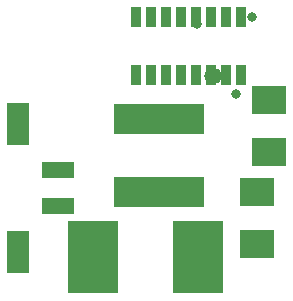
<source format=gts>
G04*
G04 #@! TF.GenerationSoftware,Altium Limited,Altium Designer,19.0.14 (431)*
G04*
G04 Layer_Color=8388736*
%FSLAX25Y25*%
%MOIN*%
G70*
G01*
G75*
%ADD15R,0.03438X0.06509*%
%ADD16R,0.16548X0.24422*%
%ADD17R,0.30328X0.10249*%
%ADD18R,0.07296X0.14304*%
%ADD19R,0.10800X0.05800*%
%ADD20R,0.11599X0.09300*%
%ADD21C,0.03162*%
%ADD22C,0.05800*%
D15*
X100610Y126927D02*
D03*
X105610D02*
D03*
X110610D02*
D03*
X115610D02*
D03*
X120610D02*
D03*
X125610D02*
D03*
X130610D02*
D03*
X135610D02*
D03*
Y107439D02*
D03*
X130610D02*
D03*
X125610D02*
D03*
X120610D02*
D03*
X115610D02*
D03*
X110610D02*
D03*
X105610D02*
D03*
X100610D02*
D03*
D16*
X121063Y46850D02*
D03*
X86024Y47047D02*
D03*
D17*
X108268Y68504D02*
D03*
Y92913D02*
D03*
D18*
X61102Y48662D02*
D03*
Y91102D02*
D03*
D19*
X74606Y75788D02*
D03*
Y63976D02*
D03*
D20*
X140945Y51142D02*
D03*
Y68543D02*
D03*
X144685Y99252D02*
D03*
Y81850D02*
D03*
D21*
X133858Y101181D02*
D03*
X144685Y68898D02*
D03*
X138976Y126927D02*
D03*
X120787Y124588D02*
D03*
X105295Y126927D02*
D03*
X74803Y75787D02*
D03*
X108268Y67913D02*
D03*
D22*
X125984Y107386D02*
D03*
M02*

</source>
